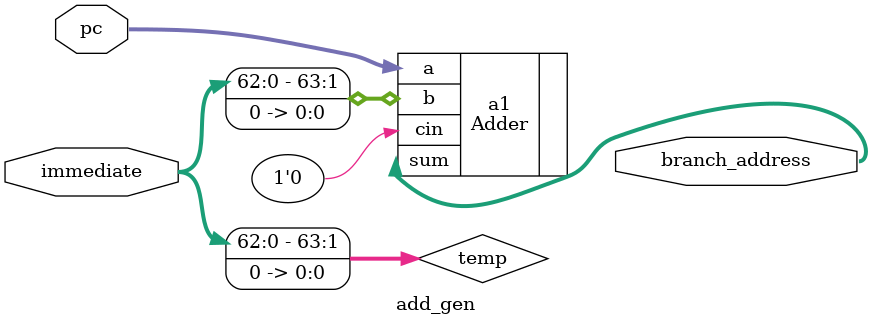
<source format=v>
`include "Adder.v"
module add_gen(
    input [63:0] pc,
    input [63:0] immediate,
    output [63:0] branch_address
);

wire [63:0] temp;
assign temp= immediate << 1; // temp=2*immediate

Adder a1(
    .a(pc),
    .b(temp),
    .cin(1'b0),
    .sum(branch_address)
);
endmodule


</source>
